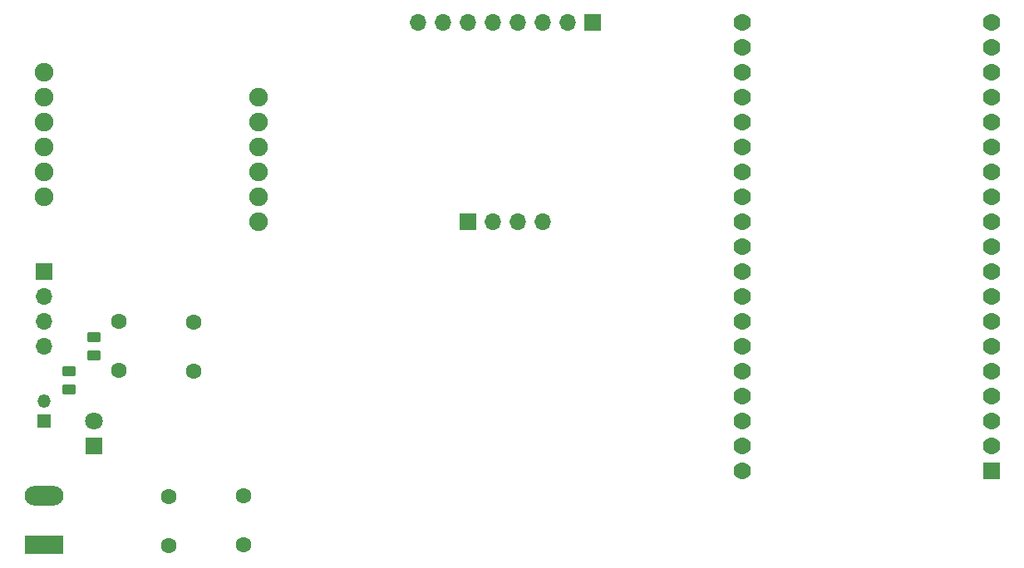
<source format=gbr>
%TF.GenerationSoftware,KiCad,Pcbnew,7.0.9*%
%TF.CreationDate,2024-06-26T15:28:39+02:00*%
%TF.ProjectId,esp32-with-gsm,65737033-322d-4776-9974-682d67736d2e,rev?*%
%TF.SameCoordinates,Original*%
%TF.FileFunction,Soldermask,Bot*%
%TF.FilePolarity,Negative*%
%FSLAX46Y46*%
G04 Gerber Fmt 4.6, Leading zero omitted, Abs format (unit mm)*
G04 Created by KiCad (PCBNEW 7.0.9) date 2024-06-26 15:28:39*
%MOMM*%
%LPD*%
G01*
G04 APERTURE LIST*
G04 Aperture macros list*
%AMRoundRect*
0 Rectangle with rounded corners*
0 $1 Rounding radius*
0 $2 $3 $4 $5 $6 $7 $8 $9 X,Y pos of 4 corners*
0 Add a 4 corners polygon primitive as box body*
4,1,4,$2,$3,$4,$5,$6,$7,$8,$9,$2,$3,0*
0 Add four circle primitives for the rounded corners*
1,1,$1+$1,$2,$3*
1,1,$1+$1,$4,$5*
1,1,$1+$1,$6,$7*
1,1,$1+$1,$8,$9*
0 Add four rect primitives between the rounded corners*
20,1,$1+$1,$2,$3,$4,$5,0*
20,1,$1+$1,$4,$5,$6,$7,0*
20,1,$1+$1,$6,$7,$8,$9,0*
20,1,$1+$1,$8,$9,$2,$3,0*%
G04 Aperture macros list end*
%ADD10C,1.600000*%
%ADD11C,1.900000*%
%ADD12R,1.350000X1.350000*%
%ADD13O,1.350000X1.350000*%
%ADD14R,1.700000X1.700000*%
%ADD15O,1.700000X1.700000*%
%ADD16RoundRect,0.102000X0.780000X0.780000X-0.780000X0.780000X-0.780000X-0.780000X0.780000X-0.780000X0*%
%ADD17C,1.764000*%
%ADD18R,1.800000X1.800000*%
%ADD19C,1.800000*%
%ADD20R,3.960000X1.980000*%
%ADD21O,3.960000X1.980000*%
%ADD22RoundRect,0.250000X-0.450000X0.262500X-0.450000X-0.262500X0.450000X-0.262500X0.450000X0.262500X0*%
%ADD23RoundRect,0.250000X0.450000X-0.262500X0.450000X0.262500X-0.450000X0.262500X-0.450000X-0.262500X0*%
G04 APERTURE END LIST*
D10*
%TO.C,C1*%
X114300000Y-106680000D03*
X114300000Y-101680000D03*
%TD*%
D11*
%TO.C,U2*%
X101600000Y-58420000D03*
X101600000Y-60960000D03*
X101600000Y-63500000D03*
X101600000Y-66040000D03*
X101600000Y-68580000D03*
X101600000Y-71120000D03*
X123470000Y-73660000D03*
X123470000Y-71120000D03*
X123470000Y-68580000D03*
X123470000Y-66040000D03*
X123470000Y-63500000D03*
X123470000Y-60960000D03*
%TD*%
D10*
%TO.C,C2*%
X121920000Y-106600000D03*
X121920000Y-101600000D03*
%TD*%
D12*
%TO.C,CFG1*%
X101600000Y-93980000D03*
D13*
X101600000Y-91980000D03*
%TD*%
D14*
%TO.C,J1*%
X101600000Y-78740000D03*
D15*
X101600000Y-81280000D03*
X101600000Y-83820000D03*
X101600000Y-86360000D03*
%TD*%
D16*
%TO.C,U1*%
X198120000Y-99060000D03*
D17*
X198120000Y-96520000D03*
X198120000Y-93980000D03*
X198120000Y-91440000D03*
X198120000Y-88900000D03*
X198120000Y-86360000D03*
X198120000Y-83820000D03*
X198120000Y-81280000D03*
X198120000Y-78740000D03*
X198120000Y-76200000D03*
X198120000Y-73660000D03*
X198120000Y-71120000D03*
X198120000Y-68580000D03*
X198120000Y-66040000D03*
X198120000Y-63500000D03*
X198120000Y-60960000D03*
X198120000Y-58420000D03*
X198120000Y-55880000D03*
X198120000Y-53340000D03*
X172720000Y-99060000D03*
X172720000Y-96520000D03*
X172720000Y-93980000D03*
X172720000Y-91440000D03*
X172720000Y-88900000D03*
X172720000Y-86360000D03*
X172720000Y-83820000D03*
X172720000Y-81280000D03*
X172720000Y-78740000D03*
X172720000Y-76200000D03*
X172720000Y-73660000D03*
X172720000Y-71120000D03*
X172720000Y-68580000D03*
X172720000Y-66040000D03*
X172720000Y-63500000D03*
X172720000Y-60960000D03*
X172720000Y-58420000D03*
X172720000Y-55880000D03*
X172720000Y-53340000D03*
%TD*%
D14*
%TO.C,J4*%
X144780000Y-73660000D03*
D15*
X147320000Y-73660000D03*
X149860000Y-73660000D03*
X152400000Y-73660000D03*
%TD*%
D10*
%TO.C,C3*%
X116840000Y-83900000D03*
X116840000Y-88900000D03*
%TD*%
D18*
%TO.C,D3*%
X106680000Y-96520000D03*
D19*
X106680000Y-93980000D03*
%TD*%
D20*
%TO.C,J5*%
X101600000Y-106600000D03*
D21*
X101600000Y-101600000D03*
%TD*%
D10*
%TO.C,C4*%
X109220000Y-83820000D03*
X109220000Y-88820000D03*
%TD*%
D14*
%TO.C,J3*%
X157480000Y-53340000D03*
D15*
X154940000Y-53340000D03*
X152400000Y-53340000D03*
X149860000Y-53340000D03*
X147320000Y-53340000D03*
X144780000Y-53340000D03*
X142240000Y-53340000D03*
X139700000Y-53340000D03*
%TD*%
D22*
%TO.C,R1*%
X106680000Y-85447500D03*
X106680000Y-87272500D03*
%TD*%
D23*
%TO.C,R2*%
X104140000Y-90725000D03*
X104140000Y-88900000D03*
%TD*%
M02*

</source>
